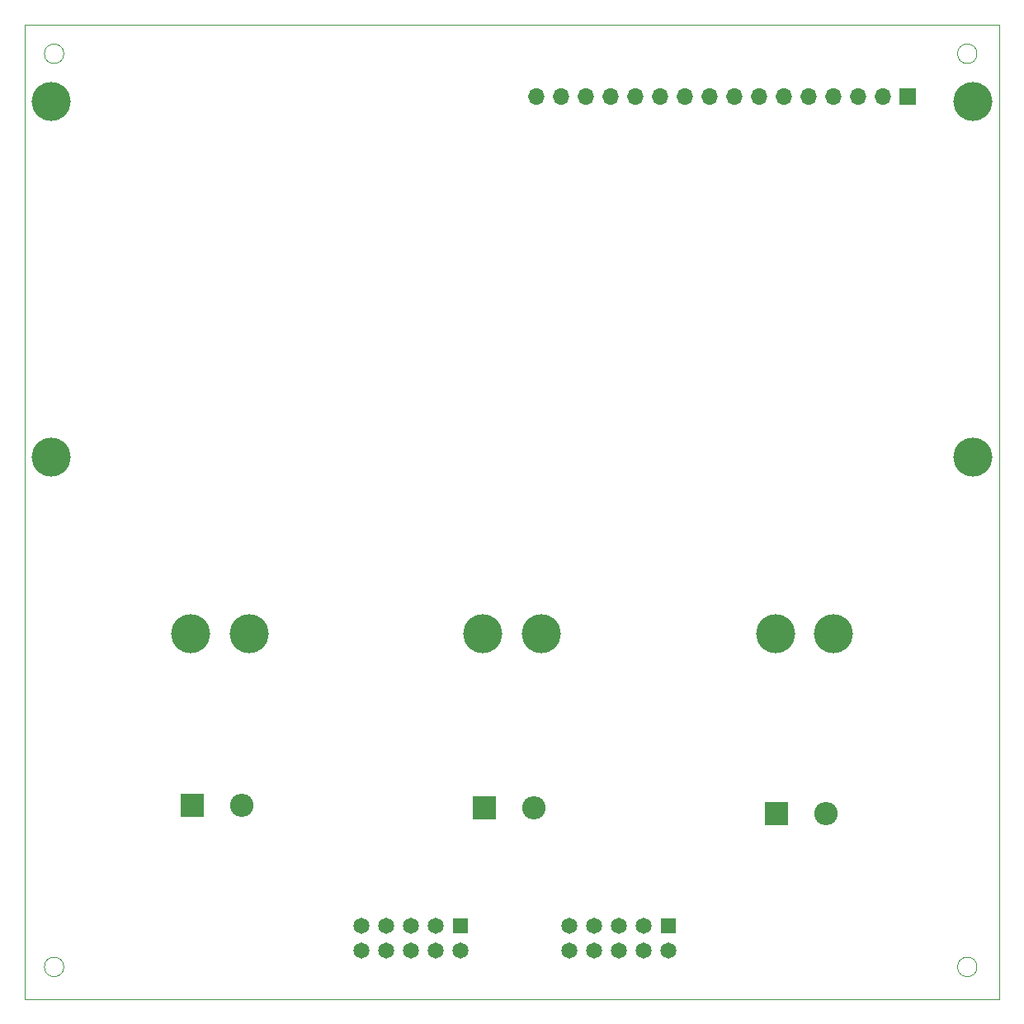
<source format=gbr>
%TF.GenerationSoftware,KiCad,Pcbnew,(5.0.0)*%
%TF.CreationDate,2020-03-24T12:10:01+01:00*%
%TF.ProjectId,Schaltplan_Modul2,536368616C74706C616E5F4D6F64756C,rev?*%
%TF.SameCoordinates,Original*%
%TF.FileFunction,Soldermask,Bot*%
%TF.FilePolarity,Negative*%
%FSLAX46Y46*%
G04 Gerber Fmt 4.6, Leading zero omitted, Abs format (unit mm)*
G04 Created by KiCad (PCBNEW (5.0.0)) date 03/24/20 12:10:01*
%MOMM*%
%LPD*%
G01*
G04 APERTURE LIST*
%ADD10C,0.100000*%
%ADD11C,4.000000*%
%ADD12O,2.400000X2.400000*%
%ADD13R,2.400000X2.400000*%
%ADD14R,1.650000X1.650000*%
%ADD15C,1.650000*%
%ADD16O,1.700000X1.700000*%
%ADD17R,1.700000X1.700000*%
G04 APERTURE END LIST*
D10*
X98285000Y-141450000D02*
G75*
G03X98285000Y-141450000I-1000000J0D01*
G01*
X191980000Y-141450000D02*
G75*
G03X191980000Y-141450000I-1000000J0D01*
G01*
X191980000Y-47755000D02*
G75*
G03X191980000Y-47755000I-1000000J0D01*
G01*
X98285000Y-47755000D02*
G75*
G03X98285000Y-47755000I-1000000J0D01*
G01*
X94285000Y-144755000D02*
X194285000Y-144755000D01*
X194285000Y-44755000D02*
X194285000Y-144755000D01*
X94285000Y-144755000D02*
X94285000Y-44755000D01*
X94285000Y-44755000D02*
X194285000Y-44755000D01*
D11*
%TO.C,SW4*%
X117285000Y-107255000D03*
X111285000Y-107295000D03*
%TD*%
%TO.C,SW3*%
X147285000Y-107255000D03*
X141285000Y-107295000D03*
%TD*%
%TO.C,SW1*%
X177285000Y-107255000D03*
X171285000Y-107295000D03*
%TD*%
D12*
%TO.C,D1*%
X176525000Y-125715000D03*
D13*
X171445000Y-125715000D03*
%TD*%
D12*
%TO.C,D2*%
X146525000Y-125155000D03*
D13*
X141445000Y-125155000D03*
%TD*%
D12*
%TO.C,D3*%
X116525000Y-124854000D03*
D13*
X111445000Y-124854000D03*
%TD*%
D14*
%TO.C,J1*%
X160325000Y-137211000D03*
D15*
X160325000Y-139751000D03*
X157785000Y-137211000D03*
X157785000Y-139751000D03*
X155245000Y-137211000D03*
X155245000Y-139751000D03*
X152705000Y-137211000D03*
X152705000Y-139751000D03*
X150165000Y-137211000D03*
X150165000Y-139751000D03*
%TD*%
D14*
%TO.C,J2*%
X138989000Y-137211000D03*
D15*
X138989000Y-139751000D03*
X136449000Y-137211000D03*
X136449000Y-139751000D03*
X133909000Y-137211000D03*
X133909000Y-139751000D03*
X131369000Y-137211000D03*
X131369000Y-139751000D03*
X128829000Y-137211000D03*
X128829000Y-139751000D03*
%TD*%
D11*
%TO.C,J3*%
X191549877Y-52644071D03*
X191549877Y-89184071D03*
X97009877Y-89184071D03*
X97009877Y-52644071D03*
D16*
X146764798Y-52181558D03*
X149304798Y-52181558D03*
X151844798Y-52181558D03*
X154384798Y-52181558D03*
X156924798Y-52181558D03*
X159464798Y-52181558D03*
X162004798Y-52181558D03*
X164544798Y-52181558D03*
X167084798Y-52181558D03*
X169624798Y-52181558D03*
X172164798Y-52181558D03*
X174704798Y-52181558D03*
X177244798Y-52181558D03*
X179784798Y-52181558D03*
X182324798Y-52181558D03*
D17*
X184864798Y-52181558D03*
%TD*%
M02*

</source>
